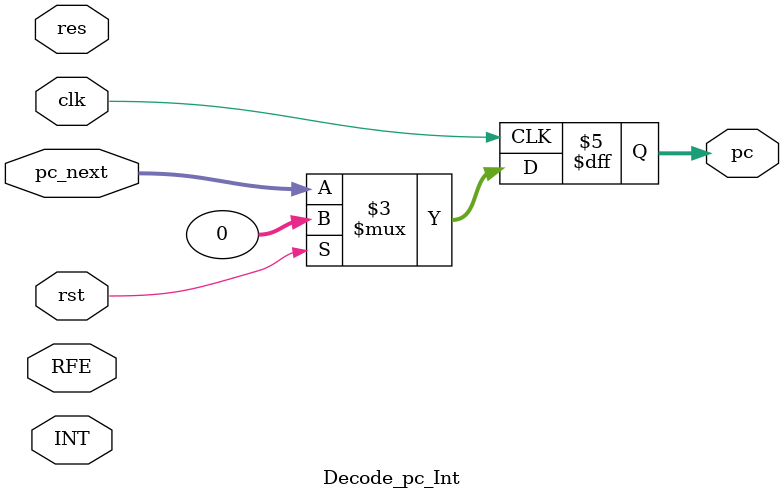
<source format=v>
`timescale 1ns / 1ps
module Decode_pc_Int(input wire clk,
						   input wire res,
							//input wire ren,
							input wire rst,
							input wire INT,
							input wire RFE,
							input wire[31:0] pc_next,
							output reg [31:0] pc
						);
	always @(posedge clk) begin
		if (rst) begin
			pc <= 0;
		end
		else  begin	
			pc<= pc_next;
		end
	end
						
endmodule

</source>
